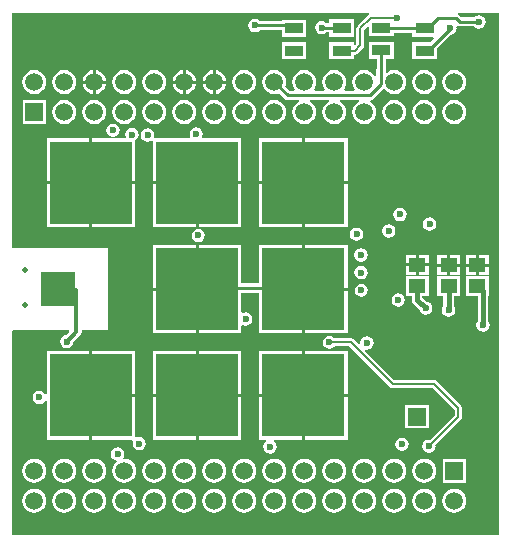
<source format=gtl>
G04*
G04 #@! TF.GenerationSoftware,Altium Limited,Altium Designer,22.0.2 (36)*
G04*
G04 Layer_Physical_Order=1*
G04 Layer_Color=255*
%FSLAX25Y25*%
%MOIN*%
G70*
G04*
G04 #@! TF.SameCoordinates,E5DF6677-F1A3-40F0-8D4B-31E310C81F74*
G04*
G04*
G04 #@! TF.FilePolarity,Positive*
G04*
G01*
G75*
%ADD12C,0.01000*%
%ADD13R,0.06102X0.03740*%
%ADD14R,0.27559X0.27559*%
%ADD15R,0.11811X0.11811*%
%ADD16R,0.05709X0.04528*%
%ADD25C,0.00600*%
%ADD26C,0.01500*%
%ADD27C,0.01373*%
%ADD28C,0.05906*%
%ADD29R,0.05906X0.05906*%
%ADD30R,0.05906X0.05906*%
%ADD31C,0.01968*%
%ADD32C,0.02362*%
G36*
X163825Y1529D02*
X1529D01*
Y69245D01*
X1673Y69685D01*
X2029Y69685D01*
X20376D01*
X20567Y69223D01*
X19516Y68172D01*
X18925Y68054D01*
X18203Y67572D01*
X17721Y66851D01*
X17552Y66000D01*
X17721Y65149D01*
X18203Y64428D01*
X18925Y63946D01*
X19776Y63776D01*
X20627Y63946D01*
X21348Y64428D01*
X21831Y65149D01*
X21948Y65740D01*
X24158Y67951D01*
X24159Y67951D01*
X24531Y68509D01*
X24662Y69167D01*
X24662Y69167D01*
Y69685D01*
X33563D01*
Y97185D01*
X2029D01*
X1673Y97185D01*
X1529Y97625D01*
Y175636D01*
X120607D01*
X120686Y175142D01*
X120256Y174855D01*
X116681Y171280D01*
X116393Y170850D01*
X116293Y170342D01*
Y165313D01*
X115832Y164852D01*
X115370Y165043D01*
Y165862D01*
X107268D01*
Y160122D01*
X115370D01*
Y161667D01*
X115847D01*
X116354Y161768D01*
X116784Y162055D01*
X118555Y163827D01*
X118843Y164257D01*
X118944Y164764D01*
Y169793D01*
X120093Y170943D01*
X120555Y170752D01*
Y167701D01*
X128657D01*
Y168943D01*
X134925D01*
Y167602D01*
X141952D01*
X142143Y167140D01*
X140865Y165862D01*
X134925D01*
Y160122D01*
X143028D01*
Y163699D01*
X147602Y168274D01*
X148325Y168418D01*
X149047Y168900D01*
X149529Y169621D01*
X149698Y170472D01*
X149629Y170817D01*
X150067Y171126D01*
X150652Y171010D01*
X155485D01*
X155514Y170967D01*
X156236Y170485D01*
X157087Y170316D01*
X157938Y170485D01*
X158659Y170967D01*
X159141Y171688D01*
X159310Y172539D01*
X159141Y173390D01*
X158659Y174112D01*
X157938Y174594D01*
X157087Y174763D01*
X156236Y174594D01*
X155514Y174112D01*
X155485Y174069D01*
X151286D01*
X150553Y174802D01*
X150057Y175133D01*
X150044Y175136D01*
X150093Y175636D01*
X163825D01*
Y1529D01*
D02*
G37*
%LPC*%
G36*
X115370Y173343D02*
X107268D01*
Y172199D01*
X106326D01*
X106297Y172242D01*
X105575Y172724D01*
X104724Y172893D01*
X103873Y172724D01*
X103152Y172242D01*
X102670Y171520D01*
X102501Y170669D01*
X102670Y169818D01*
X103152Y169097D01*
X103873Y168615D01*
X104724Y168446D01*
X105575Y168615D01*
X106297Y169097D01*
X106326Y169140D01*
X107268D01*
Y167602D01*
X115370D01*
Y173343D01*
D02*
G37*
G36*
X82480Y173582D02*
X81629Y173413D01*
X80908Y172931D01*
X80426Y172209D01*
X80256Y171358D01*
X80426Y170507D01*
X80908Y169786D01*
X81629Y169304D01*
X82480Y169134D01*
X83331Y169304D01*
X84053Y169786D01*
X84082Y169829D01*
X91310D01*
Y167503D01*
X99412D01*
Y173244D01*
X91310D01*
Y172888D01*
X84082D01*
X84053Y172931D01*
X83331Y173413D01*
X82480Y173582D01*
D02*
G37*
G36*
X99412Y165763D02*
X91310D01*
Y160023D01*
X99412D01*
Y165763D01*
D02*
G37*
G36*
X128657Y165961D02*
X120555D01*
Y160221D01*
X123077D01*
Y157234D01*
X122967Y156680D01*
Y154436D01*
X122467Y154336D01*
X122401Y154493D01*
X121768Y155319D01*
X120942Y155953D01*
X119981Y156351D01*
X118949Y156487D01*
X117917Y156351D01*
X116955Y155953D01*
X116130Y155319D01*
X115496Y154493D01*
X115098Y153532D01*
X114962Y152500D01*
X115098Y151468D01*
X115496Y150507D01*
X115826Y150077D01*
X115579Y149577D01*
X112318D01*
X112072Y150077D01*
X112401Y150507D01*
X112800Y151468D01*
X112936Y152500D01*
X112800Y153532D01*
X112401Y154493D01*
X111768Y155319D01*
X110942Y155953D01*
X109981Y156351D01*
X108949Y156487D01*
X107917Y156351D01*
X106955Y155953D01*
X106130Y155319D01*
X105496Y154493D01*
X105098Y153532D01*
X104962Y152500D01*
X105098Y151468D01*
X105496Y150507D01*
X105826Y150077D01*
X105579Y149577D01*
X102318D01*
X102072Y150077D01*
X102401Y150507D01*
X102800Y151468D01*
X102936Y152500D01*
X102800Y153532D01*
X102401Y154493D01*
X101768Y155319D01*
X100942Y155953D01*
X99981Y156351D01*
X98949Y156487D01*
X97917Y156351D01*
X96955Y155953D01*
X96130Y155319D01*
X95496Y154493D01*
X95098Y153532D01*
X94962Y152500D01*
X95098Y151468D01*
X95496Y150507D01*
X95826Y150077D01*
X95579Y149577D01*
X94035D01*
X92608Y151004D01*
X92800Y151468D01*
X92936Y152500D01*
X92800Y153532D01*
X92401Y154493D01*
X91768Y155319D01*
X90942Y155953D01*
X89981Y156351D01*
X88949Y156487D01*
X87917Y156351D01*
X86955Y155953D01*
X86130Y155319D01*
X85496Y154493D01*
X85098Y153532D01*
X84962Y152500D01*
X85098Y151468D01*
X85496Y150507D01*
X86130Y149681D01*
X86955Y149047D01*
X87917Y148649D01*
X88949Y148513D01*
X89981Y148649D01*
X90445Y148841D01*
X92320Y146966D01*
X92816Y146634D01*
X93402Y146518D01*
X97013D01*
X97113Y146018D01*
X96955Y145953D01*
X96130Y145319D01*
X95496Y144493D01*
X95098Y143532D01*
X94962Y142500D01*
X95098Y141468D01*
X95496Y140507D01*
X96130Y139681D01*
X96955Y139047D01*
X97917Y138649D01*
X98949Y138513D01*
X99981Y138649D01*
X100942Y139047D01*
X101768Y139681D01*
X102401Y140507D01*
X102800Y141468D01*
X102936Y142500D01*
X102800Y143532D01*
X102401Y144493D01*
X101768Y145319D01*
X100942Y145953D01*
X100785Y146018D01*
X100884Y146518D01*
X107013D01*
X107113Y146018D01*
X106955Y145953D01*
X106130Y145319D01*
X105496Y144493D01*
X105098Y143532D01*
X104962Y142500D01*
X105098Y141468D01*
X105496Y140507D01*
X106130Y139681D01*
X106955Y139047D01*
X107917Y138649D01*
X108949Y138513D01*
X109981Y138649D01*
X110942Y139047D01*
X111768Y139681D01*
X112401Y140507D01*
X112800Y141468D01*
X112936Y142500D01*
X112800Y143532D01*
X112401Y144493D01*
X111768Y145319D01*
X110942Y145953D01*
X110785Y146018D01*
X110884Y146518D01*
X117013D01*
X117113Y146018D01*
X116955Y145953D01*
X116130Y145319D01*
X115496Y144493D01*
X115098Y143532D01*
X114962Y142500D01*
X115098Y141468D01*
X115496Y140507D01*
X116130Y139681D01*
X116955Y139047D01*
X117917Y138649D01*
X118949Y138513D01*
X119981Y138649D01*
X120942Y139047D01*
X121768Y139681D01*
X122401Y140507D01*
X122800Y141468D01*
X122936Y142500D01*
X122800Y143532D01*
X122401Y144493D01*
X121768Y145319D01*
X120942Y145953D01*
X120923Y146046D01*
X121297Y146618D01*
X121379Y146634D01*
X121875Y146966D01*
X125104Y150196D01*
X125768Y150152D01*
X126130Y149681D01*
X126955Y149047D01*
X127917Y148649D01*
X128949Y148513D01*
X129981Y148649D01*
X130942Y149047D01*
X131768Y149681D01*
X132402Y150507D01*
X132800Y151468D01*
X132936Y152500D01*
X132800Y153532D01*
X132402Y154493D01*
X131768Y155319D01*
X130942Y155953D01*
X129981Y156351D01*
X128949Y156487D01*
X127917Y156351D01*
X126955Y155953D01*
X126525Y155623D01*
X126025Y155869D01*
Y156236D01*
X126136Y156790D01*
Y160221D01*
X128657D01*
Y165961D01*
D02*
G37*
G36*
X69449Y156421D02*
Y153000D01*
X72870D01*
X72800Y153532D01*
X72401Y154493D01*
X71768Y155319D01*
X70942Y155953D01*
X69981Y156351D01*
X69449Y156421D01*
D02*
G37*
G36*
X68449D02*
X67917Y156351D01*
X66955Y155953D01*
X66130Y155319D01*
X65496Y154493D01*
X65098Y153532D01*
X65028Y153000D01*
X68449D01*
Y156421D01*
D02*
G37*
G36*
X59449D02*
Y153000D01*
X62870D01*
X62800Y153532D01*
X62401Y154493D01*
X61768Y155319D01*
X60942Y155953D01*
X59981Y156351D01*
X59449Y156421D01*
D02*
G37*
G36*
X58449D02*
X57917Y156351D01*
X56955Y155953D01*
X56130Y155319D01*
X55496Y154493D01*
X55098Y153532D01*
X55028Y153000D01*
X58449D01*
Y156421D01*
D02*
G37*
G36*
X29449D02*
Y153000D01*
X32870D01*
X32800Y153532D01*
X32401Y154493D01*
X31768Y155319D01*
X30942Y155953D01*
X29981Y156351D01*
X29449Y156421D01*
D02*
G37*
G36*
X28449D02*
X27917Y156351D01*
X26955Y155953D01*
X26130Y155319D01*
X25496Y154493D01*
X25098Y153532D01*
X25028Y153000D01*
X28449D01*
Y156421D01*
D02*
G37*
G36*
X72870Y152000D02*
X69449D01*
Y148579D01*
X69981Y148649D01*
X70942Y149047D01*
X71768Y149681D01*
X72401Y150507D01*
X72800Y151468D01*
X72870Y152000D01*
D02*
G37*
G36*
X68449D02*
X65028D01*
X65098Y151468D01*
X65496Y150507D01*
X66130Y149681D01*
X66955Y149047D01*
X67917Y148649D01*
X68449Y148579D01*
Y152000D01*
D02*
G37*
G36*
X62870D02*
X59449D01*
Y148579D01*
X59981Y148649D01*
X60942Y149047D01*
X61768Y149681D01*
X62401Y150507D01*
X62800Y151468D01*
X62870Y152000D01*
D02*
G37*
G36*
X58449D02*
X55028D01*
X55098Y151468D01*
X55496Y150507D01*
X56130Y149681D01*
X56955Y149047D01*
X57917Y148649D01*
X58449Y148579D01*
Y152000D01*
D02*
G37*
G36*
X32870D02*
X29449D01*
Y148579D01*
X29981Y148649D01*
X30942Y149047D01*
X31768Y149681D01*
X32401Y150507D01*
X32800Y151468D01*
X32870Y152000D01*
D02*
G37*
G36*
X28449D02*
X25028D01*
X25098Y151468D01*
X25496Y150507D01*
X26130Y149681D01*
X26955Y149047D01*
X27917Y148649D01*
X28449Y148579D01*
Y152000D01*
D02*
G37*
G36*
X148949Y156487D02*
X147917Y156351D01*
X146955Y155953D01*
X146130Y155319D01*
X145496Y154493D01*
X145098Y153532D01*
X144962Y152500D01*
X145098Y151468D01*
X145496Y150507D01*
X146130Y149681D01*
X146955Y149047D01*
X147917Y148649D01*
X148949Y148513D01*
X149981Y148649D01*
X150942Y149047D01*
X151768Y149681D01*
X152401Y150507D01*
X152800Y151468D01*
X152936Y152500D01*
X152800Y153532D01*
X152401Y154493D01*
X151768Y155319D01*
X150942Y155953D01*
X149981Y156351D01*
X148949Y156487D01*
D02*
G37*
G36*
X138949D02*
X137917Y156351D01*
X136955Y155953D01*
X136130Y155319D01*
X135496Y154493D01*
X135098Y153532D01*
X134962Y152500D01*
X135098Y151468D01*
X135496Y150507D01*
X136130Y149681D01*
X136955Y149047D01*
X137917Y148649D01*
X138949Y148513D01*
X139981Y148649D01*
X140942Y149047D01*
X141768Y149681D01*
X142402Y150507D01*
X142800Y151468D01*
X142936Y152500D01*
X142800Y153532D01*
X142402Y154493D01*
X141768Y155319D01*
X140942Y155953D01*
X139981Y156351D01*
X138949Y156487D01*
D02*
G37*
G36*
X78949D02*
X77917Y156351D01*
X76955Y155953D01*
X76130Y155319D01*
X75496Y154493D01*
X75098Y153532D01*
X74962Y152500D01*
X75098Y151468D01*
X75496Y150507D01*
X76130Y149681D01*
X76955Y149047D01*
X77917Y148649D01*
X78949Y148513D01*
X79981Y148649D01*
X80942Y149047D01*
X81768Y149681D01*
X82402Y150507D01*
X82800Y151468D01*
X82936Y152500D01*
X82800Y153532D01*
X82402Y154493D01*
X81768Y155319D01*
X80942Y155953D01*
X79981Y156351D01*
X78949Y156487D01*
D02*
G37*
G36*
X48949D02*
X47917Y156351D01*
X46955Y155953D01*
X46130Y155319D01*
X45496Y154493D01*
X45098Y153532D01*
X44962Y152500D01*
X45098Y151468D01*
X45496Y150507D01*
X46130Y149681D01*
X46955Y149047D01*
X47917Y148649D01*
X48949Y148513D01*
X49981Y148649D01*
X50942Y149047D01*
X51768Y149681D01*
X52402Y150507D01*
X52800Y151468D01*
X52936Y152500D01*
X52800Y153532D01*
X52402Y154493D01*
X51768Y155319D01*
X50942Y155953D01*
X49981Y156351D01*
X48949Y156487D01*
D02*
G37*
G36*
X38949D02*
X37917Y156351D01*
X36955Y155953D01*
X36130Y155319D01*
X35496Y154493D01*
X35098Y153532D01*
X34962Y152500D01*
X35098Y151468D01*
X35496Y150507D01*
X36130Y149681D01*
X36955Y149047D01*
X37917Y148649D01*
X38949Y148513D01*
X39981Y148649D01*
X40942Y149047D01*
X41768Y149681D01*
X42401Y150507D01*
X42800Y151468D01*
X42936Y152500D01*
X42800Y153532D01*
X42401Y154493D01*
X41768Y155319D01*
X40942Y155953D01*
X39981Y156351D01*
X38949Y156487D01*
D02*
G37*
G36*
X18949D02*
X17917Y156351D01*
X16955Y155953D01*
X16130Y155319D01*
X15496Y154493D01*
X15098Y153532D01*
X14962Y152500D01*
X15098Y151468D01*
X15496Y150507D01*
X16130Y149681D01*
X16955Y149047D01*
X17917Y148649D01*
X18949Y148513D01*
X19981Y148649D01*
X20942Y149047D01*
X21768Y149681D01*
X22401Y150507D01*
X22800Y151468D01*
X22936Y152500D01*
X22800Y153532D01*
X22401Y154493D01*
X21768Y155319D01*
X20942Y155953D01*
X19981Y156351D01*
X18949Y156487D01*
D02*
G37*
G36*
X8949D02*
X7917Y156351D01*
X6955Y155953D01*
X6130Y155319D01*
X5496Y154493D01*
X5098Y153532D01*
X4962Y152500D01*
X5098Y151468D01*
X5496Y150507D01*
X6130Y149681D01*
X6955Y149047D01*
X7917Y148649D01*
X8949Y148513D01*
X9981Y148649D01*
X10942Y149047D01*
X11768Y149681D01*
X12402Y150507D01*
X12800Y151468D01*
X12936Y152500D01*
X12800Y153532D01*
X12402Y154493D01*
X11768Y155319D01*
X10942Y155953D01*
X9981Y156351D01*
X8949Y156487D01*
D02*
G37*
G36*
X12902Y146453D02*
X4996D01*
Y138547D01*
X12902D01*
Y146453D01*
D02*
G37*
G36*
X148949Y146487D02*
X147917Y146351D01*
X146955Y145953D01*
X146130Y145319D01*
X145496Y144493D01*
X145098Y143532D01*
X144962Y142500D01*
X145098Y141468D01*
X145496Y140507D01*
X146130Y139681D01*
X146955Y139047D01*
X147917Y138649D01*
X148949Y138513D01*
X149981Y138649D01*
X150942Y139047D01*
X151768Y139681D01*
X152401Y140507D01*
X152800Y141468D01*
X152936Y142500D01*
X152800Y143532D01*
X152401Y144493D01*
X151768Y145319D01*
X150942Y145953D01*
X149981Y146351D01*
X148949Y146487D01*
D02*
G37*
G36*
X138949D02*
X137917Y146351D01*
X136955Y145953D01*
X136130Y145319D01*
X135496Y144493D01*
X135098Y143532D01*
X134962Y142500D01*
X135098Y141468D01*
X135496Y140507D01*
X136130Y139681D01*
X136955Y139047D01*
X137917Y138649D01*
X138949Y138513D01*
X139981Y138649D01*
X140942Y139047D01*
X141768Y139681D01*
X142402Y140507D01*
X142800Y141468D01*
X142936Y142500D01*
X142800Y143532D01*
X142402Y144493D01*
X141768Y145319D01*
X140942Y145953D01*
X139981Y146351D01*
X138949Y146487D01*
D02*
G37*
G36*
X128949D02*
X127917Y146351D01*
X126955Y145953D01*
X126130Y145319D01*
X125496Y144493D01*
X125098Y143532D01*
X124962Y142500D01*
X125098Y141468D01*
X125496Y140507D01*
X126130Y139681D01*
X126955Y139047D01*
X127917Y138649D01*
X128949Y138513D01*
X129981Y138649D01*
X130942Y139047D01*
X131768Y139681D01*
X132402Y140507D01*
X132800Y141468D01*
X132936Y142500D01*
X132800Y143532D01*
X132402Y144493D01*
X131768Y145319D01*
X130942Y145953D01*
X129981Y146351D01*
X128949Y146487D01*
D02*
G37*
G36*
X88949D02*
X87917Y146351D01*
X86955Y145953D01*
X86130Y145319D01*
X85496Y144493D01*
X85098Y143532D01*
X84962Y142500D01*
X85098Y141468D01*
X85496Y140507D01*
X86130Y139681D01*
X86955Y139047D01*
X87917Y138649D01*
X88949Y138513D01*
X89981Y138649D01*
X90942Y139047D01*
X91768Y139681D01*
X92401Y140507D01*
X92800Y141468D01*
X92936Y142500D01*
X92800Y143532D01*
X92401Y144493D01*
X91768Y145319D01*
X90942Y145953D01*
X89981Y146351D01*
X88949Y146487D01*
D02*
G37*
G36*
X78949D02*
X77917Y146351D01*
X76955Y145953D01*
X76130Y145319D01*
X75496Y144493D01*
X75098Y143532D01*
X74962Y142500D01*
X75098Y141468D01*
X75496Y140507D01*
X76130Y139681D01*
X76955Y139047D01*
X77917Y138649D01*
X78949Y138513D01*
X79981Y138649D01*
X80942Y139047D01*
X81768Y139681D01*
X82402Y140507D01*
X82800Y141468D01*
X82936Y142500D01*
X82800Y143532D01*
X82402Y144493D01*
X81768Y145319D01*
X80942Y145953D01*
X79981Y146351D01*
X78949Y146487D01*
D02*
G37*
G36*
X68949D02*
X67917Y146351D01*
X66955Y145953D01*
X66130Y145319D01*
X65496Y144493D01*
X65098Y143532D01*
X64962Y142500D01*
X65098Y141468D01*
X65496Y140507D01*
X66130Y139681D01*
X66955Y139047D01*
X67917Y138649D01*
X68949Y138513D01*
X69981Y138649D01*
X70942Y139047D01*
X71768Y139681D01*
X72401Y140507D01*
X72800Y141468D01*
X72936Y142500D01*
X72800Y143532D01*
X72401Y144493D01*
X71768Y145319D01*
X70942Y145953D01*
X69981Y146351D01*
X68949Y146487D01*
D02*
G37*
G36*
X58949D02*
X57917Y146351D01*
X56955Y145953D01*
X56130Y145319D01*
X55496Y144493D01*
X55098Y143532D01*
X54962Y142500D01*
X55098Y141468D01*
X55496Y140507D01*
X56130Y139681D01*
X56955Y139047D01*
X57917Y138649D01*
X58949Y138513D01*
X59981Y138649D01*
X60942Y139047D01*
X61768Y139681D01*
X62401Y140507D01*
X62800Y141468D01*
X62936Y142500D01*
X62800Y143532D01*
X62401Y144493D01*
X61768Y145319D01*
X60942Y145953D01*
X59981Y146351D01*
X58949Y146487D01*
D02*
G37*
G36*
X48949D02*
X47917Y146351D01*
X46955Y145953D01*
X46130Y145319D01*
X45496Y144493D01*
X45098Y143532D01*
X44962Y142500D01*
X45098Y141468D01*
X45496Y140507D01*
X46130Y139681D01*
X46955Y139047D01*
X47917Y138649D01*
X48949Y138513D01*
X49981Y138649D01*
X50942Y139047D01*
X51768Y139681D01*
X52402Y140507D01*
X52800Y141468D01*
X52936Y142500D01*
X52800Y143532D01*
X52402Y144493D01*
X51768Y145319D01*
X50942Y145953D01*
X49981Y146351D01*
X48949Y146487D01*
D02*
G37*
G36*
X38949D02*
X37917Y146351D01*
X36955Y145953D01*
X36130Y145319D01*
X35496Y144493D01*
X35098Y143532D01*
X34962Y142500D01*
X35098Y141468D01*
X35496Y140507D01*
X36130Y139681D01*
X36955Y139047D01*
X37917Y138649D01*
X38949Y138513D01*
X39981Y138649D01*
X40942Y139047D01*
X41768Y139681D01*
X42401Y140507D01*
X42800Y141468D01*
X42936Y142500D01*
X42800Y143532D01*
X42401Y144493D01*
X41768Y145319D01*
X40942Y145953D01*
X39981Y146351D01*
X38949Y146487D01*
D02*
G37*
G36*
X28949D02*
X27917Y146351D01*
X26955Y145953D01*
X26130Y145319D01*
X25496Y144493D01*
X25098Y143532D01*
X24962Y142500D01*
X25098Y141468D01*
X25496Y140507D01*
X26130Y139681D01*
X26955Y139047D01*
X27917Y138649D01*
X28949Y138513D01*
X29981Y138649D01*
X30942Y139047D01*
X31768Y139681D01*
X32401Y140507D01*
X32800Y141468D01*
X32936Y142500D01*
X32800Y143532D01*
X32401Y144493D01*
X31768Y145319D01*
X30942Y145953D01*
X29981Y146351D01*
X28949Y146487D01*
D02*
G37*
G36*
X18949D02*
X17917Y146351D01*
X16955Y145953D01*
X16130Y145319D01*
X15496Y144493D01*
X15098Y143532D01*
X14962Y142500D01*
X15098Y141468D01*
X15496Y140507D01*
X16130Y139681D01*
X16955Y139047D01*
X17917Y138649D01*
X18949Y138513D01*
X19981Y138649D01*
X20942Y139047D01*
X21768Y139681D01*
X22401Y140507D01*
X22800Y141468D01*
X22936Y142500D01*
X22800Y143532D01*
X22401Y144493D01*
X21768Y145319D01*
X20942Y145953D01*
X19981Y146351D01*
X18949Y146487D01*
D02*
G37*
G36*
X35138Y138641D02*
X34287Y138472D01*
X33565Y137990D01*
X33083Y137268D01*
X32914Y136417D01*
X33083Y135566D01*
X33565Y134845D01*
X34287Y134363D01*
X35138Y134194D01*
X35989Y134363D01*
X36710Y134845D01*
X37192Y135566D01*
X37362Y136417D01*
X37192Y137268D01*
X36710Y137990D01*
X35989Y138472D01*
X35138Y138641D01*
D02*
G37*
G36*
X62894Y137362D02*
X62043Y137192D01*
X61321Y136710D01*
X60839Y135989D01*
X60670Y135138D01*
X60839Y134287D01*
X60952Y134118D01*
X60716Y133677D01*
X49054D01*
X48745Y134177D01*
X48877Y134843D01*
X48708Y135694D01*
X48226Y136415D01*
X47505Y136897D01*
X46654Y137066D01*
X45803Y136897D01*
X45081Y136415D01*
X44599Y135694D01*
X44430Y134843D01*
X44599Y133992D01*
X45081Y133270D01*
X45803Y132788D01*
X46654Y132619D01*
X47505Y132788D01*
X47909Y133059D01*
X48409Y132791D01*
Y119398D01*
X63189D01*
X77969D01*
Y133677D01*
X65071D01*
X64836Y134118D01*
X64948Y134287D01*
X65118Y135138D01*
X64948Y135989D01*
X64466Y136710D01*
X63745Y137192D01*
X62894Y137362D01*
D02*
G37*
G36*
X41500Y137224D02*
X40649Y137055D01*
X39928Y136573D01*
X39445Y135851D01*
X39276Y135000D01*
X39440Y134177D01*
X39441Y134090D01*
X39186Y133677D01*
X28256D01*
Y119398D01*
X42535D01*
Y133069D01*
X43073Y133428D01*
X43555Y134149D01*
X43724Y135000D01*
X43555Y135851D01*
X43073Y136573D01*
X42351Y137055D01*
X41500Y137224D01*
D02*
G37*
G36*
X27256Y133677D02*
X12976D01*
Y119398D01*
X27256D01*
Y133677D01*
D02*
G37*
G36*
X113402D02*
X99122D01*
Y119398D01*
X113402D01*
Y133677D01*
D02*
G37*
G36*
X98122D02*
X83842D01*
Y119398D01*
X98122D01*
Y133677D01*
D02*
G37*
G36*
X130807Y110590D02*
X129956Y110421D01*
X129235Y109939D01*
X128753Y109217D01*
X128583Y108366D01*
X128753Y107515D01*
X129235Y106794D01*
X129956Y106312D01*
X130807Y106142D01*
X131658Y106312D01*
X132380Y106794D01*
X132862Y107515D01*
X133031Y108366D01*
X132862Y109217D01*
X132380Y109939D01*
X131658Y110421D01*
X130807Y110590D01*
D02*
G37*
G36*
X113402Y118398D02*
X99122D01*
Y104118D01*
X113402D01*
Y118398D01*
D02*
G37*
G36*
X98122D02*
X83842D01*
Y104118D01*
X98122D01*
Y118398D01*
D02*
G37*
G36*
X77969Y118398D02*
X63689D01*
Y104118D01*
X77969D01*
Y118398D01*
D02*
G37*
G36*
X62689D02*
X48409D01*
Y104118D01*
X62689D01*
Y118398D01*
D02*
G37*
G36*
X42535D02*
X28256D01*
Y104118D01*
X42535D01*
Y118398D01*
D02*
G37*
G36*
X27256D02*
X12976D01*
Y104118D01*
X27256D01*
Y118398D01*
D02*
G37*
G36*
X140656Y107347D02*
X139805Y107178D01*
X139084Y106696D01*
X138602Y105974D01*
X138433Y105123D01*
X138602Y104272D01*
X139084Y103551D01*
X139805Y103069D01*
X140656Y102899D01*
X141507Y103069D01*
X142229Y103551D01*
X142711Y104272D01*
X142880Y105123D01*
X142711Y105974D01*
X142229Y106696D01*
X141507Y107178D01*
X140656Y107347D01*
D02*
G37*
G36*
X127067Y105078D02*
X126216Y104909D01*
X125494Y104427D01*
X125012Y103705D01*
X124843Y102854D01*
X125012Y102003D01*
X125494Y101282D01*
X126216Y100800D01*
X127067Y100630D01*
X127918Y100800D01*
X128639Y101282D01*
X129121Y102003D01*
X129291Y102854D01*
X129121Y103705D01*
X128639Y104427D01*
X127918Y104909D01*
X127067Y105078D01*
D02*
G37*
G36*
X116339Y103996D02*
X115488Y103826D01*
X114766Y103344D01*
X114284Y102623D01*
X114115Y101772D01*
X114284Y100921D01*
X114766Y100199D01*
X115488Y99717D01*
X116339Y99548D01*
X117190Y99717D01*
X117911Y100199D01*
X118393Y100921D01*
X118562Y101772D01*
X118393Y102623D01*
X117911Y103344D01*
X117190Y103826D01*
X116339Y103996D01*
D02*
G37*
G36*
X63563Y103606D02*
X62712Y103437D01*
X61990Y102954D01*
X61509Y102233D01*
X61339Y101382D01*
X61509Y100531D01*
X61990Y99809D01*
X62712Y99327D01*
X63563Y99158D01*
X64414Y99327D01*
X65136Y99809D01*
X65618Y100531D01*
X65787Y101382D01*
X65618Y102233D01*
X65136Y102954D01*
X64414Y103437D01*
X63563Y103606D01*
D02*
G37*
G36*
X117815Y97047D02*
X116964Y96878D01*
X116243Y96396D01*
X115760Y95674D01*
X115591Y94823D01*
X115760Y93972D01*
X116243Y93251D01*
X116964Y92769D01*
X117815Y92600D01*
X118666Y92769D01*
X119387Y93251D01*
X119869Y93972D01*
X120039Y94823D01*
X119869Y95674D01*
X119387Y96396D01*
X118666Y96878D01*
X117815Y97047D01*
D02*
G37*
G36*
X140354Y94850D02*
X137000D01*
Y92087D01*
X140354D01*
Y94850D01*
D02*
G37*
G36*
X136000D02*
X132646D01*
Y92087D01*
X136000D01*
Y94850D01*
D02*
G37*
G36*
X160354Y94764D02*
X157000D01*
Y92000D01*
X160354D01*
Y94764D01*
D02*
G37*
G36*
X150854D02*
X147500D01*
Y92000D01*
X150854D01*
Y94764D01*
D02*
G37*
G36*
X156000D02*
X152646D01*
Y92000D01*
X156000D01*
Y94764D01*
D02*
G37*
G36*
X146500D02*
X143146D01*
Y92000D01*
X146500D01*
Y94764D01*
D02*
G37*
G36*
X140354Y91087D02*
X137000D01*
Y88323D01*
X140354D01*
Y91087D01*
D02*
G37*
G36*
X136000D02*
X132646D01*
Y88323D01*
X136000D01*
Y91087D01*
D02*
G37*
G36*
X160354Y91000D02*
X157000D01*
Y88236D01*
X160354D01*
Y91000D01*
D02*
G37*
G36*
X156000D02*
X152646D01*
Y88236D01*
X156000D01*
Y91000D01*
D02*
G37*
G36*
X150854D02*
X147500D01*
Y88236D01*
X150854D01*
Y91000D01*
D02*
G37*
G36*
X146500D02*
X143146D01*
Y88236D01*
X146500D01*
Y91000D01*
D02*
G37*
G36*
X117850Y91228D02*
X116999Y91058D01*
X116277Y90576D01*
X115795Y89855D01*
X115626Y89004D01*
X115795Y88153D01*
X116277Y87432D01*
X116999Y86949D01*
X117850Y86780D01*
X118701Y86949D01*
X119422Y87432D01*
X119904Y88153D01*
X120074Y89004D01*
X119904Y89855D01*
X119422Y90576D01*
X118701Y91058D01*
X117850Y91228D01*
D02*
G37*
G36*
X98122Y98244D02*
X83842D01*
Y85388D01*
X77969D01*
Y98244D01*
X63689D01*
Y83465D01*
X63189D01*
D01*
X63689D01*
Y68685D01*
X77969D01*
Y71280D01*
X78409Y71516D01*
X78480Y71469D01*
X79331Y71300D01*
X80182Y71469D01*
X80903Y71951D01*
X81385Y72673D01*
X81555Y73524D01*
X81385Y74375D01*
X80903Y75096D01*
X80182Y75578D01*
X79331Y75748D01*
X78480Y75578D01*
X78409Y75531D01*
X77969Y75767D01*
Y82329D01*
X83842D01*
Y68685D01*
X98122D01*
Y83464D01*
Y98244D01*
D02*
G37*
G36*
X62689D02*
X48409D01*
Y83965D01*
X62689D01*
Y98244D01*
D02*
G37*
G36*
X113402D02*
X99122D01*
Y83965D01*
X113402D01*
Y98244D01*
D02*
G37*
G36*
X117913Y85295D02*
X117062Y85125D01*
X116341Y84643D01*
X115859Y83922D01*
X115690Y83071D01*
X115859Y82220D01*
X116341Y81498D01*
X117062Y81016D01*
X117913Y80847D01*
X118764Y81016D01*
X119486Y81498D01*
X119968Y82220D01*
X120137Y83071D01*
X119968Y83922D01*
X119486Y84643D01*
X118764Y85125D01*
X117913Y85295D01*
D02*
G37*
G36*
X130217Y82047D02*
X129366Y81877D01*
X128644Y81395D01*
X128162Y80674D01*
X127993Y79823D01*
X128162Y78972D01*
X128644Y78250D01*
X129366Y77768D01*
X130217Y77599D01*
X131068Y77768D01*
X131789Y78250D01*
X132271Y78972D01*
X132440Y79823D01*
X132271Y80674D01*
X131789Y81395D01*
X131068Y81877D01*
X130217Y82047D01*
D02*
G37*
G36*
X140354Y87764D02*
X132646D01*
Y81236D01*
X134716D01*
Y79986D01*
X134852Y79303D01*
X135238Y78724D01*
X137262Y76701D01*
X137350Y76262D01*
X137832Y75540D01*
X138553Y75058D01*
X139404Y74889D01*
X140255Y75058D01*
X140977Y75540D01*
X141459Y76262D01*
X141628Y77113D01*
X141459Y77964D01*
X140977Y78685D01*
X140255Y79167D01*
X139740Y79270D01*
X138284Y80725D01*
Y81236D01*
X140354D01*
Y87764D01*
D02*
G37*
G36*
X150854Y87677D02*
X143146D01*
Y81150D01*
X145216D01*
Y77755D01*
X144946Y77351D01*
X144776Y76500D01*
X144946Y75649D01*
X145428Y74928D01*
X146149Y74445D01*
X147000Y74276D01*
X147851Y74445D01*
X148573Y74928D01*
X149055Y75649D01*
X149224Y76500D01*
X149055Y77351D01*
X148784Y77755D01*
Y81150D01*
X150854D01*
Y87677D01*
D02*
G37*
G36*
X160354D02*
X152646D01*
Y81150D01*
X156716D01*
Y72755D01*
X156446Y72351D01*
X156276Y71500D01*
X156446Y70649D01*
X156928Y69928D01*
X157649Y69446D01*
X158500Y69276D01*
X159351Y69446D01*
X160073Y69928D01*
X160555Y70649D01*
X160724Y71500D01*
X160555Y72351D01*
X160284Y72755D01*
Y81150D01*
X160354D01*
Y87677D01*
D02*
G37*
G36*
X113402Y82964D02*
X99122D01*
Y68685D01*
X113402D01*
Y82964D01*
D02*
G37*
G36*
X62689Y82965D02*
X48409D01*
Y68685D01*
X62689D01*
Y82965D01*
D02*
G37*
G36*
X107283Y67972D02*
X106432Y67803D01*
X105711Y67321D01*
X105229Y66599D01*
X105060Y65748D01*
X105229Y64897D01*
X105711Y64175D01*
X106432Y63693D01*
X107283Y63524D01*
X108134Y63693D01*
X108856Y64175D01*
X109021Y64423D01*
X113919D01*
X127458Y50884D01*
X127888Y50596D01*
X128396Y50495D01*
X141626D01*
X148970Y43152D01*
Y41494D01*
X140744Y33268D01*
X140453Y33326D01*
X139602Y33157D01*
X138880Y32675D01*
X138398Y31953D01*
X138229Y31102D01*
X138398Y30251D01*
X138880Y29530D01*
X139602Y29048D01*
X140453Y28879D01*
X141304Y29048D01*
X142025Y29530D01*
X142507Y30251D01*
X142677Y31102D01*
X142619Y31394D01*
X151233Y40008D01*
X151520Y40438D01*
X151621Y40945D01*
X151621Y40945D01*
Y43701D01*
X151520Y44208D01*
X151233Y44638D01*
X143113Y52758D01*
X142682Y53045D01*
X142175Y53146D01*
X128945D01*
X119147Y62944D01*
X119393Y63405D01*
X119783Y63327D01*
X120634Y63497D01*
X121356Y63979D01*
X121838Y64700D01*
X122007Y65551D01*
X121838Y66402D01*
X121356Y67124D01*
X120634Y67606D01*
X119783Y67775D01*
X118932Y67606D01*
X118211Y67124D01*
X117729Y66402D01*
X117560Y65551D01*
X117637Y65161D01*
X117176Y64915D01*
X115406Y66685D01*
X114976Y66973D01*
X114469Y67074D01*
X109021D01*
X108856Y67321D01*
X108134Y67803D01*
X107283Y67972D01*
D02*
G37*
G36*
X77969Y62811D02*
X63689D01*
Y48531D01*
X77969D01*
Y62811D01*
D02*
G37*
G36*
X42535D02*
X28256D01*
Y48531D01*
X42535D01*
Y62811D01*
D02*
G37*
G36*
X62689D02*
X48409D01*
Y48531D01*
X62689D01*
Y62811D01*
D02*
G37*
G36*
X113402D02*
X99122D01*
Y48531D01*
X113402D01*
Y62811D01*
D02*
G37*
G36*
X98122D02*
X83842D01*
Y48531D01*
X98122D01*
Y62811D01*
D02*
G37*
G36*
X27256D02*
X12976D01*
Y48509D01*
X12476Y48358D01*
X12104Y48915D01*
X11383Y49397D01*
X10531Y49566D01*
X9680Y49397D01*
X8959Y48915D01*
X8477Y48193D01*
X8308Y47343D01*
X8477Y46492D01*
X8959Y45770D01*
X9680Y45288D01*
X10531Y45119D01*
X11383Y45288D01*
X12104Y45770D01*
X12476Y46327D01*
X12976Y46176D01*
Y33252D01*
X27256D01*
Y48031D01*
Y62811D01*
D02*
G37*
G36*
X140453Y44953D02*
X132547D01*
Y37047D01*
X140453D01*
Y44953D01*
D02*
G37*
G36*
X113402Y47532D02*
X99122D01*
Y33252D01*
X113402D01*
Y47532D01*
D02*
G37*
G36*
X77969Y47532D02*
X63689D01*
Y33252D01*
X77969D01*
Y47532D01*
D02*
G37*
G36*
X62689D02*
X48409D01*
Y33252D01*
X62689D01*
Y47532D01*
D02*
G37*
G36*
X42535D02*
X28256D01*
Y33252D01*
X41614D01*
X41838Y32752D01*
X41684Y31978D01*
X41854Y31127D01*
X42336Y30405D01*
X43057Y29923D01*
X43908Y29754D01*
X44759Y29923D01*
X45481Y30405D01*
X45963Y31127D01*
X46132Y31978D01*
X45963Y32829D01*
X45481Y33550D01*
X44759Y34032D01*
X43908Y34201D01*
X43057Y34032D01*
X42976Y33978D01*
X42535Y34214D01*
Y47532D01*
D02*
G37*
G36*
X131484Y33980D02*
X130633Y33811D01*
X129911Y33329D01*
X129429Y32607D01*
X129260Y31756D01*
X129429Y30906D01*
X129911Y30184D01*
X130633Y29702D01*
X131484Y29533D01*
X132335Y29702D01*
X133056Y30184D01*
X133538Y30906D01*
X133707Y31756D01*
X133538Y32607D01*
X133056Y33329D01*
X132335Y33811D01*
X131484Y33980D01*
D02*
G37*
G36*
X98122Y47532D02*
X83842D01*
Y33252D01*
X86209D01*
X86361Y32752D01*
X85927Y32462D01*
X85445Y31741D01*
X85276Y30890D01*
X85445Y30039D01*
X85927Y29317D01*
X86649Y28835D01*
X87500Y28666D01*
X88351Y28835D01*
X89073Y29317D01*
X89555Y30039D01*
X89724Y30890D01*
X89555Y31741D01*
X89073Y32462D01*
X88639Y32752D01*
X88791Y33252D01*
X98122D01*
Y47532D01*
D02*
G37*
G36*
X152902Y26842D02*
X144996D01*
Y18937D01*
X152902D01*
Y26842D01*
D02*
G37*
G36*
X138949Y26877D02*
X137917Y26741D01*
X136955Y26342D01*
X136130Y25709D01*
X135496Y24883D01*
X135098Y23922D01*
X134962Y22890D01*
X135098Y21858D01*
X135496Y20896D01*
X136130Y20071D01*
X136955Y19437D01*
X137917Y19039D01*
X138949Y18903D01*
X139981Y19039D01*
X140942Y19437D01*
X141768Y20071D01*
X142402Y20896D01*
X142800Y21858D01*
X142936Y22890D01*
X142800Y23922D01*
X142402Y24883D01*
X141768Y25709D01*
X140942Y26342D01*
X139981Y26741D01*
X138949Y26877D01*
D02*
G37*
G36*
X128949D02*
X127917Y26741D01*
X126955Y26342D01*
X126130Y25709D01*
X125496Y24883D01*
X125098Y23922D01*
X124962Y22890D01*
X125098Y21858D01*
X125496Y20896D01*
X126130Y20071D01*
X126955Y19437D01*
X127917Y19039D01*
X128949Y18903D01*
X129981Y19039D01*
X130942Y19437D01*
X131768Y20071D01*
X132402Y20896D01*
X132800Y21858D01*
X132936Y22890D01*
X132800Y23922D01*
X132402Y24883D01*
X131768Y25709D01*
X130942Y26342D01*
X129981Y26741D01*
X128949Y26877D01*
D02*
G37*
G36*
X118949D02*
X117917Y26741D01*
X116955Y26342D01*
X116130Y25709D01*
X115496Y24883D01*
X115098Y23922D01*
X114962Y22890D01*
X115098Y21858D01*
X115496Y20896D01*
X116130Y20071D01*
X116955Y19437D01*
X117917Y19039D01*
X118949Y18903D01*
X119981Y19039D01*
X120942Y19437D01*
X121768Y20071D01*
X122401Y20896D01*
X122800Y21858D01*
X122936Y22890D01*
X122800Y23922D01*
X122401Y24883D01*
X121768Y25709D01*
X120942Y26342D01*
X119981Y26741D01*
X118949Y26877D01*
D02*
G37*
G36*
X108949D02*
X107917Y26741D01*
X106955Y26342D01*
X106130Y25709D01*
X105496Y24883D01*
X105098Y23922D01*
X104962Y22890D01*
X105098Y21858D01*
X105496Y20896D01*
X106130Y20071D01*
X106955Y19437D01*
X107917Y19039D01*
X108949Y18903D01*
X109981Y19039D01*
X110942Y19437D01*
X111768Y20071D01*
X112401Y20896D01*
X112800Y21858D01*
X112936Y22890D01*
X112800Y23922D01*
X112401Y24883D01*
X111768Y25709D01*
X110942Y26342D01*
X109981Y26741D01*
X108949Y26877D01*
D02*
G37*
G36*
X98949D02*
X97917Y26741D01*
X96955Y26342D01*
X96130Y25709D01*
X95496Y24883D01*
X95098Y23922D01*
X94962Y22890D01*
X95098Y21858D01*
X95496Y20896D01*
X96130Y20071D01*
X96955Y19437D01*
X97917Y19039D01*
X98949Y18903D01*
X99981Y19039D01*
X100942Y19437D01*
X101768Y20071D01*
X102401Y20896D01*
X102800Y21858D01*
X102936Y22890D01*
X102800Y23922D01*
X102401Y24883D01*
X101768Y25709D01*
X100942Y26342D01*
X99981Y26741D01*
X98949Y26877D01*
D02*
G37*
G36*
X88949D02*
X87917Y26741D01*
X86955Y26342D01*
X86130Y25709D01*
X85496Y24883D01*
X85098Y23922D01*
X84962Y22890D01*
X85098Y21858D01*
X85496Y20896D01*
X86130Y20071D01*
X86955Y19437D01*
X87917Y19039D01*
X88949Y18903D01*
X89981Y19039D01*
X90942Y19437D01*
X91768Y20071D01*
X92401Y20896D01*
X92800Y21858D01*
X92936Y22890D01*
X92800Y23922D01*
X92401Y24883D01*
X91768Y25709D01*
X90942Y26342D01*
X89981Y26741D01*
X88949Y26877D01*
D02*
G37*
G36*
X78949D02*
X77917Y26741D01*
X76955Y26342D01*
X76130Y25709D01*
X75496Y24883D01*
X75098Y23922D01*
X74962Y22890D01*
X75098Y21858D01*
X75496Y20896D01*
X76130Y20071D01*
X76955Y19437D01*
X77917Y19039D01*
X78949Y18903D01*
X79981Y19039D01*
X80942Y19437D01*
X81768Y20071D01*
X82402Y20896D01*
X82800Y21858D01*
X82936Y22890D01*
X82800Y23922D01*
X82402Y24883D01*
X81768Y25709D01*
X80942Y26342D01*
X79981Y26741D01*
X78949Y26877D01*
D02*
G37*
G36*
X68949D02*
X67917Y26741D01*
X66955Y26342D01*
X66130Y25709D01*
X65496Y24883D01*
X65098Y23922D01*
X64962Y22890D01*
X65098Y21858D01*
X65496Y20896D01*
X66130Y20071D01*
X66955Y19437D01*
X67917Y19039D01*
X68949Y18903D01*
X69981Y19039D01*
X70942Y19437D01*
X71768Y20071D01*
X72401Y20896D01*
X72800Y21858D01*
X72936Y22890D01*
X72800Y23922D01*
X72401Y24883D01*
X71768Y25709D01*
X70942Y26342D01*
X69981Y26741D01*
X68949Y26877D01*
D02*
G37*
G36*
X58949D02*
X57917Y26741D01*
X56955Y26342D01*
X56130Y25709D01*
X55496Y24883D01*
X55098Y23922D01*
X54962Y22890D01*
X55098Y21858D01*
X55496Y20896D01*
X56130Y20071D01*
X56955Y19437D01*
X57917Y19039D01*
X58949Y18903D01*
X59981Y19039D01*
X60942Y19437D01*
X61768Y20071D01*
X62401Y20896D01*
X62800Y21858D01*
X62936Y22890D01*
X62800Y23922D01*
X62401Y24883D01*
X61768Y25709D01*
X60942Y26342D01*
X59981Y26741D01*
X58949Y26877D01*
D02*
G37*
G36*
X48949D02*
X47917Y26741D01*
X46955Y26342D01*
X46130Y25709D01*
X45496Y24883D01*
X45098Y23922D01*
X44962Y22890D01*
X45098Y21858D01*
X45496Y20896D01*
X46130Y20071D01*
X46955Y19437D01*
X47917Y19039D01*
X48949Y18903D01*
X49981Y19039D01*
X50942Y19437D01*
X51768Y20071D01*
X52402Y20896D01*
X52800Y21858D01*
X52936Y22890D01*
X52800Y23922D01*
X52402Y24883D01*
X51768Y25709D01*
X50942Y26342D01*
X49981Y26741D01*
X48949Y26877D01*
D02*
G37*
G36*
X36663Y30747D02*
X35811Y30578D01*
X35090Y30096D01*
X34608Y29375D01*
X34439Y28524D01*
X34608Y27673D01*
X35090Y26951D01*
X35811Y26469D01*
X36199Y26392D01*
X36323Y25857D01*
X36130Y25709D01*
X35496Y24883D01*
X35098Y23922D01*
X34962Y22890D01*
X35098Y21858D01*
X35496Y20896D01*
X36130Y20071D01*
X36955Y19437D01*
X37917Y19039D01*
X38949Y18903D01*
X39981Y19039D01*
X40942Y19437D01*
X41768Y20071D01*
X42401Y20896D01*
X42800Y21858D01*
X42936Y22890D01*
X42800Y23922D01*
X42401Y24883D01*
X41768Y25709D01*
X40942Y26342D01*
X39981Y26741D01*
X38949Y26877D01*
X38771Y26853D01*
X38481Y27319D01*
X38717Y27673D01*
X38886Y28524D01*
X38717Y29375D01*
X38235Y30096D01*
X37514Y30578D01*
X36663Y30747D01*
D02*
G37*
G36*
X28949Y26877D02*
X27917Y26741D01*
X26955Y26342D01*
X26130Y25709D01*
X25496Y24883D01*
X25098Y23922D01*
X24962Y22890D01*
X25098Y21858D01*
X25496Y20896D01*
X26130Y20071D01*
X26955Y19437D01*
X27917Y19039D01*
X28949Y18903D01*
X29981Y19039D01*
X30942Y19437D01*
X31768Y20071D01*
X32401Y20896D01*
X32800Y21858D01*
X32936Y22890D01*
X32800Y23922D01*
X32401Y24883D01*
X31768Y25709D01*
X30942Y26342D01*
X29981Y26741D01*
X28949Y26877D01*
D02*
G37*
G36*
X18949D02*
X17917Y26741D01*
X16955Y26342D01*
X16130Y25709D01*
X15496Y24883D01*
X15098Y23922D01*
X14962Y22890D01*
X15098Y21858D01*
X15496Y20896D01*
X16130Y20071D01*
X16955Y19437D01*
X17917Y19039D01*
X18949Y18903D01*
X19981Y19039D01*
X20942Y19437D01*
X21768Y20071D01*
X22401Y20896D01*
X22800Y21858D01*
X22936Y22890D01*
X22800Y23922D01*
X22401Y24883D01*
X21768Y25709D01*
X20942Y26342D01*
X19981Y26741D01*
X18949Y26877D01*
D02*
G37*
G36*
X8949D02*
X7917Y26741D01*
X6955Y26342D01*
X6130Y25709D01*
X5496Y24883D01*
X5098Y23922D01*
X4962Y22890D01*
X5098Y21858D01*
X5496Y20896D01*
X6130Y20071D01*
X6955Y19437D01*
X7917Y19039D01*
X8949Y18903D01*
X9981Y19039D01*
X10942Y19437D01*
X11768Y20071D01*
X12402Y20896D01*
X12800Y21858D01*
X12936Y22890D01*
X12800Y23922D01*
X12402Y24883D01*
X11768Y25709D01*
X10942Y26342D01*
X9981Y26741D01*
X8949Y26877D01*
D02*
G37*
G36*
X148949Y16877D02*
X147917Y16741D01*
X146955Y16342D01*
X146130Y15709D01*
X145496Y14883D01*
X145098Y13922D01*
X144962Y12890D01*
X145098Y11858D01*
X145496Y10896D01*
X146130Y10071D01*
X146955Y9437D01*
X147917Y9039D01*
X148949Y8903D01*
X149981Y9039D01*
X150942Y9437D01*
X151768Y10071D01*
X152401Y10896D01*
X152800Y11858D01*
X152936Y12890D01*
X152800Y13922D01*
X152401Y14883D01*
X151768Y15709D01*
X150942Y16342D01*
X149981Y16741D01*
X148949Y16877D01*
D02*
G37*
G36*
X138949D02*
X137917Y16741D01*
X136955Y16342D01*
X136130Y15709D01*
X135496Y14883D01*
X135098Y13922D01*
X134962Y12890D01*
X135098Y11858D01*
X135496Y10896D01*
X136130Y10071D01*
X136955Y9437D01*
X137917Y9039D01*
X138949Y8903D01*
X139981Y9039D01*
X140942Y9437D01*
X141768Y10071D01*
X142402Y10896D01*
X142800Y11858D01*
X142936Y12890D01*
X142800Y13922D01*
X142402Y14883D01*
X141768Y15709D01*
X140942Y16342D01*
X139981Y16741D01*
X138949Y16877D01*
D02*
G37*
G36*
X128949D02*
X127917Y16741D01*
X126955Y16342D01*
X126130Y15709D01*
X125496Y14883D01*
X125098Y13922D01*
X124962Y12890D01*
X125098Y11858D01*
X125496Y10896D01*
X126130Y10071D01*
X126955Y9437D01*
X127917Y9039D01*
X128949Y8903D01*
X129981Y9039D01*
X130942Y9437D01*
X131768Y10071D01*
X132402Y10896D01*
X132800Y11858D01*
X132936Y12890D01*
X132800Y13922D01*
X132402Y14883D01*
X131768Y15709D01*
X130942Y16342D01*
X129981Y16741D01*
X128949Y16877D01*
D02*
G37*
G36*
X118949D02*
X117917Y16741D01*
X116955Y16342D01*
X116130Y15709D01*
X115496Y14883D01*
X115098Y13922D01*
X114962Y12890D01*
X115098Y11858D01*
X115496Y10896D01*
X116130Y10071D01*
X116955Y9437D01*
X117917Y9039D01*
X118949Y8903D01*
X119981Y9039D01*
X120942Y9437D01*
X121768Y10071D01*
X122401Y10896D01*
X122800Y11858D01*
X122936Y12890D01*
X122800Y13922D01*
X122401Y14883D01*
X121768Y15709D01*
X120942Y16342D01*
X119981Y16741D01*
X118949Y16877D01*
D02*
G37*
G36*
X108949D02*
X107917Y16741D01*
X106955Y16342D01*
X106130Y15709D01*
X105496Y14883D01*
X105098Y13922D01*
X104962Y12890D01*
X105098Y11858D01*
X105496Y10896D01*
X106130Y10071D01*
X106955Y9437D01*
X107917Y9039D01*
X108949Y8903D01*
X109981Y9039D01*
X110942Y9437D01*
X111768Y10071D01*
X112401Y10896D01*
X112800Y11858D01*
X112936Y12890D01*
X112800Y13922D01*
X112401Y14883D01*
X111768Y15709D01*
X110942Y16342D01*
X109981Y16741D01*
X108949Y16877D01*
D02*
G37*
G36*
X98949D02*
X97917Y16741D01*
X96955Y16342D01*
X96130Y15709D01*
X95496Y14883D01*
X95098Y13922D01*
X94962Y12890D01*
X95098Y11858D01*
X95496Y10896D01*
X96130Y10071D01*
X96955Y9437D01*
X97917Y9039D01*
X98949Y8903D01*
X99981Y9039D01*
X100942Y9437D01*
X101768Y10071D01*
X102401Y10896D01*
X102800Y11858D01*
X102936Y12890D01*
X102800Y13922D01*
X102401Y14883D01*
X101768Y15709D01*
X100942Y16342D01*
X99981Y16741D01*
X98949Y16877D01*
D02*
G37*
G36*
X88949D02*
X87917Y16741D01*
X86955Y16342D01*
X86130Y15709D01*
X85496Y14883D01*
X85098Y13922D01*
X84962Y12890D01*
X85098Y11858D01*
X85496Y10896D01*
X86130Y10071D01*
X86955Y9437D01*
X87917Y9039D01*
X88949Y8903D01*
X89981Y9039D01*
X90942Y9437D01*
X91768Y10071D01*
X92401Y10896D01*
X92800Y11858D01*
X92936Y12890D01*
X92800Y13922D01*
X92401Y14883D01*
X91768Y15709D01*
X90942Y16342D01*
X89981Y16741D01*
X88949Y16877D01*
D02*
G37*
G36*
X78949D02*
X77917Y16741D01*
X76955Y16342D01*
X76130Y15709D01*
X75496Y14883D01*
X75098Y13922D01*
X74962Y12890D01*
X75098Y11858D01*
X75496Y10896D01*
X76130Y10071D01*
X76955Y9437D01*
X77917Y9039D01*
X78949Y8903D01*
X79981Y9039D01*
X80942Y9437D01*
X81768Y10071D01*
X82402Y10896D01*
X82800Y11858D01*
X82936Y12890D01*
X82800Y13922D01*
X82402Y14883D01*
X81768Y15709D01*
X80942Y16342D01*
X79981Y16741D01*
X78949Y16877D01*
D02*
G37*
G36*
X68949D02*
X67917Y16741D01*
X66955Y16342D01*
X66130Y15709D01*
X65496Y14883D01*
X65098Y13922D01*
X64962Y12890D01*
X65098Y11858D01*
X65496Y10896D01*
X66130Y10071D01*
X66955Y9437D01*
X67917Y9039D01*
X68949Y8903D01*
X69981Y9039D01*
X70942Y9437D01*
X71768Y10071D01*
X72401Y10896D01*
X72800Y11858D01*
X72936Y12890D01*
X72800Y13922D01*
X72401Y14883D01*
X71768Y15709D01*
X70942Y16342D01*
X69981Y16741D01*
X68949Y16877D01*
D02*
G37*
G36*
X58949D02*
X57917Y16741D01*
X56955Y16342D01*
X56130Y15709D01*
X55496Y14883D01*
X55098Y13922D01*
X54962Y12890D01*
X55098Y11858D01*
X55496Y10896D01*
X56130Y10071D01*
X56955Y9437D01*
X57917Y9039D01*
X58949Y8903D01*
X59981Y9039D01*
X60942Y9437D01*
X61768Y10071D01*
X62401Y10896D01*
X62800Y11858D01*
X62936Y12890D01*
X62800Y13922D01*
X62401Y14883D01*
X61768Y15709D01*
X60942Y16342D01*
X59981Y16741D01*
X58949Y16877D01*
D02*
G37*
G36*
X48949D02*
X47917Y16741D01*
X46955Y16342D01*
X46130Y15709D01*
X45496Y14883D01*
X45098Y13922D01*
X44962Y12890D01*
X45098Y11858D01*
X45496Y10896D01*
X46130Y10071D01*
X46955Y9437D01*
X47917Y9039D01*
X48949Y8903D01*
X49981Y9039D01*
X50942Y9437D01*
X51768Y10071D01*
X52402Y10896D01*
X52800Y11858D01*
X52936Y12890D01*
X52800Y13922D01*
X52402Y14883D01*
X51768Y15709D01*
X50942Y16342D01*
X49981Y16741D01*
X48949Y16877D01*
D02*
G37*
G36*
X38949D02*
X37917Y16741D01*
X36955Y16342D01*
X36130Y15709D01*
X35496Y14883D01*
X35098Y13922D01*
X34962Y12890D01*
X35098Y11858D01*
X35496Y10896D01*
X36130Y10071D01*
X36955Y9437D01*
X37917Y9039D01*
X38949Y8903D01*
X39981Y9039D01*
X40942Y9437D01*
X41768Y10071D01*
X42401Y10896D01*
X42800Y11858D01*
X42936Y12890D01*
X42800Y13922D01*
X42401Y14883D01*
X41768Y15709D01*
X40942Y16342D01*
X39981Y16741D01*
X38949Y16877D01*
D02*
G37*
G36*
X28949D02*
X27917Y16741D01*
X26955Y16342D01*
X26130Y15709D01*
X25496Y14883D01*
X25098Y13922D01*
X24962Y12890D01*
X25098Y11858D01*
X25496Y10896D01*
X26130Y10071D01*
X26955Y9437D01*
X27917Y9039D01*
X28949Y8903D01*
X29981Y9039D01*
X30942Y9437D01*
X31768Y10071D01*
X32401Y10896D01*
X32800Y11858D01*
X32936Y12890D01*
X32800Y13922D01*
X32401Y14883D01*
X31768Y15709D01*
X30942Y16342D01*
X29981Y16741D01*
X28949Y16877D01*
D02*
G37*
G36*
X18949D02*
X17917Y16741D01*
X16955Y16342D01*
X16130Y15709D01*
X15496Y14883D01*
X15098Y13922D01*
X14962Y12890D01*
X15098Y11858D01*
X15496Y10896D01*
X16130Y10071D01*
X16955Y9437D01*
X17917Y9039D01*
X18949Y8903D01*
X19981Y9039D01*
X20942Y9437D01*
X21768Y10071D01*
X22401Y10896D01*
X22800Y11858D01*
X22936Y12890D01*
X22800Y13922D01*
X22401Y14883D01*
X21768Y15709D01*
X20942Y16342D01*
X19981Y16741D01*
X18949Y16877D01*
D02*
G37*
G36*
X8949D02*
X7917Y16741D01*
X6955Y16342D01*
X6130Y15709D01*
X5496Y14883D01*
X5098Y13922D01*
X4962Y12890D01*
X5098Y11858D01*
X5496Y10896D01*
X6130Y10071D01*
X6955Y9437D01*
X7917Y9039D01*
X8949Y8903D01*
X9981Y9039D01*
X10942Y9437D01*
X11768Y10071D01*
X12402Y10896D01*
X12800Y11858D01*
X12936Y12890D01*
X12800Y13922D01*
X12402Y14883D01*
X11768Y15709D01*
X10942Y16342D01*
X9981Y16741D01*
X8949Y16877D01*
D02*
G37*
%LPD*%
D12*
X149471Y173721D02*
X150652Y172539D01*
X157087D01*
X143405Y173721D02*
X149471D01*
X140157Y170472D02*
X143405Y173721D01*
X124583Y170547D02*
X124606Y170571D01*
X124705Y170472D02*
X138976D01*
X140157D01*
X124606Y170571D02*
X124705Y170472D01*
X138976Y162992D02*
X140157D01*
X147474Y170309D01*
Y170472D01*
X124496Y156680D02*
X124606Y156790D01*
Y163091D01*
X124496Y151750D02*
Y156680D01*
X120793Y148047D02*
X124496Y151750D01*
X93402Y148047D02*
X120793D01*
X88949Y152500D02*
X93402Y148047D01*
X82480Y171358D02*
X94376D01*
X95361Y170373D01*
X104724Y170669D02*
X111713D01*
X111909Y170472D01*
X63189Y83465D02*
X63583Y83858D01*
X98228D01*
X98622Y83465D01*
D13*
X138976Y170472D02*
D03*
Y162992D02*
D03*
X95361Y162893D02*
D03*
Y170373D02*
D03*
X111319Y162992D02*
D03*
Y170472D02*
D03*
X124606Y163091D02*
D03*
Y170571D02*
D03*
D14*
X98622Y48031D02*
D03*
X27756Y118898D02*
D03*
X63189Y48031D02*
D03*
Y83465D02*
D03*
Y118898D02*
D03*
X98622Y83465D02*
D03*
X27756Y48031D02*
D03*
X98622Y118898D02*
D03*
D15*
X16929Y83465D02*
D03*
D16*
X147000Y91500D02*
D03*
Y84413D02*
D03*
X156500Y91500D02*
D03*
Y84413D02*
D03*
X136500Y91587D02*
D03*
Y84500D02*
D03*
D25*
X115847Y162992D02*
X117618Y164764D01*
X111319Y162992D02*
X115847D01*
X117618Y170342D02*
X121193Y173917D01*
X129921D01*
X117618Y164764D02*
Y170342D01*
X140453Y31102D02*
X150295Y40945D01*
Y43701D01*
X128396Y51821D02*
X142175D01*
X150295Y43701D01*
X114469Y65748D02*
X128396Y51821D01*
X107283Y65748D02*
X114469D01*
D26*
X139373Y77113D02*
X139404D01*
X136500Y79986D02*
Y84500D01*
Y79986D02*
X139373Y77113D01*
X147000Y76500D02*
Y84413D01*
X156986D02*
X158500Y82900D01*
Y71500D02*
Y82900D01*
X156500Y84413D02*
X156986D01*
D27*
X17340Y83054D02*
X22943D01*
X16929Y83465D02*
X17340Y83054D01*
X19776Y66000D02*
X22943Y69167D01*
Y83054D01*
D28*
X8949Y12890D02*
D03*
Y22890D02*
D03*
X18949Y12890D02*
D03*
Y22890D02*
D03*
X28949Y12890D02*
D03*
Y22890D02*
D03*
X38949Y12890D02*
D03*
Y22890D02*
D03*
X48949Y12890D02*
D03*
Y22890D02*
D03*
X58949Y12890D02*
D03*
Y22890D02*
D03*
X68949Y12890D02*
D03*
Y22890D02*
D03*
X78949Y12890D02*
D03*
Y22890D02*
D03*
X88949Y12890D02*
D03*
Y22890D02*
D03*
X98949Y12890D02*
D03*
Y22890D02*
D03*
X108949Y12890D02*
D03*
Y22890D02*
D03*
X118949Y12890D02*
D03*
Y22890D02*
D03*
X128949Y12890D02*
D03*
Y22890D02*
D03*
X138949Y12890D02*
D03*
Y22890D02*
D03*
X148949Y12890D02*
D03*
Y152500D02*
D03*
Y142500D02*
D03*
X138949Y152500D02*
D03*
Y142500D02*
D03*
X128949Y152500D02*
D03*
Y142500D02*
D03*
X118949Y152500D02*
D03*
Y142500D02*
D03*
X108949Y152500D02*
D03*
Y142500D02*
D03*
X98949Y152500D02*
D03*
Y142500D02*
D03*
X88949Y152500D02*
D03*
Y142500D02*
D03*
X78949Y152500D02*
D03*
Y142500D02*
D03*
X68949Y152500D02*
D03*
Y142500D02*
D03*
X58949Y152500D02*
D03*
Y142500D02*
D03*
X48949Y152500D02*
D03*
Y142500D02*
D03*
X38949Y152500D02*
D03*
Y142500D02*
D03*
X28949Y152500D02*
D03*
Y142500D02*
D03*
X18949Y152500D02*
D03*
Y142500D02*
D03*
X8949Y152500D02*
D03*
D29*
X148949Y22890D02*
D03*
X8949Y142500D02*
D03*
D30*
X136500Y41000D02*
D03*
D31*
X57185Y171358D02*
D03*
X34843Y169980D02*
D03*
X12992Y169685D02*
D03*
X79724Y90453D02*
D03*
X79528Y79823D02*
D03*
X147531Y137220D02*
D03*
Y125409D02*
D03*
Y113598D02*
D03*
Y7299D02*
D03*
X135720Y30921D02*
D03*
Y19110D02*
D03*
Y7299D02*
D03*
X123909Y137220D02*
D03*
Y19110D02*
D03*
Y7299D02*
D03*
X112098Y137220D02*
D03*
Y7299D02*
D03*
X100287Y137220D02*
D03*
Y7299D02*
D03*
X88476Y160842D02*
D03*
Y137220D02*
D03*
Y7299D02*
D03*
X76665Y137220D02*
D03*
Y30921D02*
D03*
Y7299D02*
D03*
X64854Y149031D02*
D03*
Y30921D02*
D03*
Y7299D02*
D03*
X53043Y149031D02*
D03*
Y7299D02*
D03*
X41232D02*
D03*
X29421Y137220D02*
D03*
Y30921D02*
D03*
Y7299D02*
D03*
X17610Y30921D02*
D03*
Y7299D02*
D03*
X5799Y137220D02*
D03*
Y125409D02*
D03*
Y113598D02*
D03*
Y101787D02*
D03*
Y89976D02*
D03*
Y78165D02*
D03*
Y7299D02*
D03*
D32*
X157087Y172539D02*
D03*
X129921Y173917D02*
D03*
X95276Y163091D02*
D03*
X127067Y102854D02*
D03*
X130807Y108366D02*
D03*
X43908Y31978D02*
D03*
X140453Y31102D02*
D03*
X131484Y31756D02*
D03*
X107283Y65748D02*
D03*
X119783Y65551D02*
D03*
X139404Y77113D02*
D03*
X130217Y79823D02*
D03*
X116339Y101772D02*
D03*
X117815Y94823D02*
D03*
X117850Y89004D02*
D03*
X117913Y83071D02*
D03*
X79331Y73524D02*
D03*
X82480Y171358D02*
D03*
X104724Y170669D02*
D03*
X10531Y47343D02*
D03*
X62894Y135138D02*
D03*
X46654Y134843D02*
D03*
X140656Y105123D02*
D03*
X41500Y135000D02*
D03*
X147474Y170472D02*
D03*
X87500Y30890D02*
D03*
X36663Y28524D02*
D03*
X35138Y136417D02*
D03*
X63563Y101382D02*
D03*
X147000Y76500D02*
D03*
X158500Y71500D02*
D03*
X19776Y66000D02*
D03*
M02*

</source>
